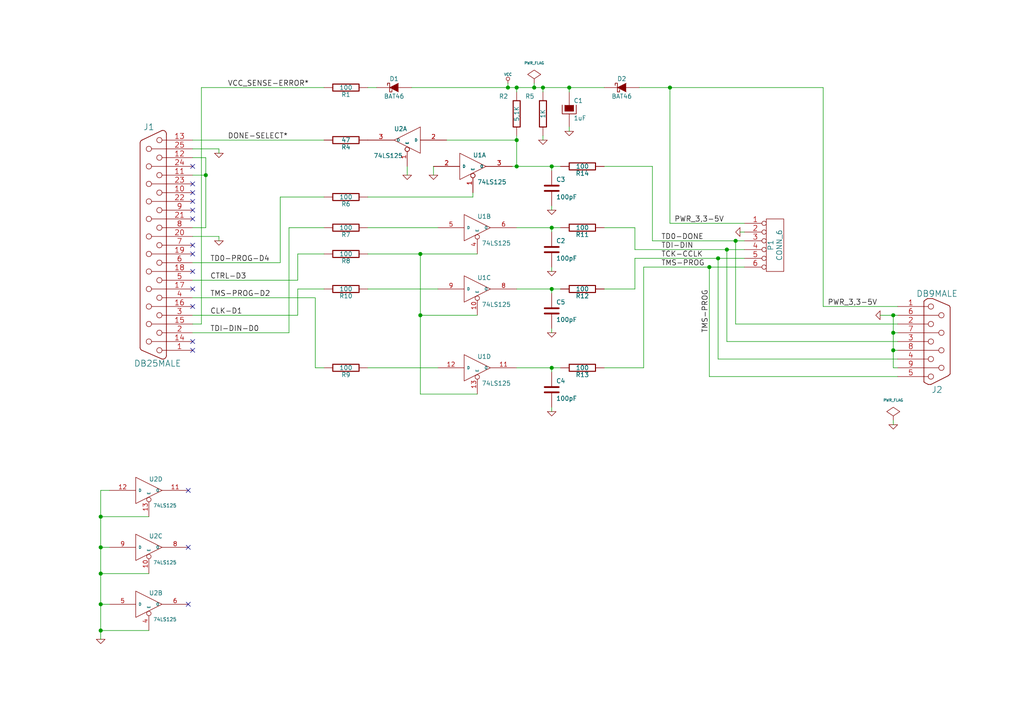
<source format=kicad_sch>
(kicad_sch (version 20220622) (generator eeschema)
  (paper "A4")
  (title_block (title "PARALLEL CABLE III") (date "Sun 22 Mar 2015") (rev "1"))
  (lib_symbols
    (symbol "sonde_xilinx_schlib:74LS125" (pin_names (offset 0.762))
      (property "Reference" "U" (at 0 2.54 0))
      (property "Value" "74LS125" (at 1.27 -3.81 0))
      (symbol "74LS125_0_0"
        (pin power_in line (at -3.81 3.81 270) (length 0) hide (name "VCC") (number "14"))
        (pin power_in line (at -3.81 -3.81 90) (length 0) hide (name "GND") (number "7"))
      )
      (symbol "74LS125_0_1"
        (polyline (pts (xy -3.81 3.81) (xy -3.81 -3.81) (xy 3.81 0) (xy -3.81 3.81)))
      )
      (symbol "74LS125_1_0"
        (pin input inverted (at 0 -7.62 90) (length 5.588) (name "E") (number "1"))
      )
      (symbol "74LS125_1_1"
        (pin input line (at -11.43 0 0) (length 7.62) (name "D") (number "2"))
        (pin tri_state line (at 11.43 0 180) (length 7.62) (name "O") (number "3"))
      )
      (symbol "74LS125_2_0"
        (pin input inverted (at 0 -7.62 90) (length 5.588) (name "E") (number "4"))
      )
      (symbol "74LS125_2_1"
        (pin input line (at -11.43 0 0) (length 7.62) (name "D") (number "5"))
        (pin tri_state line (at 11.43 0 180) (length 7.62) (name "O") (number "6"))
      )
      (symbol "74LS125_3_0"
        (pin input inverted (at 0 -7.62 90) (length 5.588) (name "E") (number "10"))
      )
      (symbol "74LS125_3_1"
        (pin tri_state line (at 11.43 0 180) (length 7.62) (name "O") (number "8"))
        (pin input line (at -11.43 0 0) (length 7.62) (name "D") (number "9"))
      )
      (symbol "74LS125_4_0"
        (pin input inverted (at 0 -7.62 90) (length 5.588) (name "E") (number "13"))
      )
      (symbol "74LS125_4_1"
        (pin tri_state line (at 11.43 0 180) (length 7.62) (name "O") (number "11"))
        (pin input line (at -11.43 0 0) (length 7.62) (name "D") (number "12"))
      )
    )
    (symbol "sonde_xilinx_schlib:C" (pin_numbers hide) (pin_names (offset 0.254))
      (property "Reference" "C" (at 0 2.54 0))
      (property "Value" "C" (at 0.1524 -2.159 0))
      (symbol "C_0_1"
        (polyline (pts (xy -2.032 -0.762) (xy 2.032 -0.762)) (stroke (width 0.508)))
        (polyline (pts (xy -2.032 0.762) (xy 2.032 0.762)) (stroke (width 0.508)))
      )
      (symbol "C_1_1"
        (pin passive line (at 0 5.08 270) (length 4.318) (name "~") (number "1"))
        (pin passive line (at 0 -5.08 90) (length 4.318) (name "~") (number "2"))
      )
    )
    (symbol "sonde_xilinx_schlib:CONN_6" (pin_names (offset 0.762) hide)
      (property "Reference" "P" (at -1.27 0 90))
      (property "Value" "CONN_6" (at 1.27 0 90))
      (symbol "CONN_6_0_1"
        (rectangle (start -2.54 7.62) (end 2.54 -7.62))
      )
      (symbol "CONN_6_1_1"
        (pin passive inverted (at -8.89 6.35 0) (length 6.35) (name "1") (number "1"))
        (pin passive inverted (at -8.89 3.81 0) (length 6.35) (name "2") (number "2"))
        (pin passive inverted (at -8.89 1.27 0) (length 6.35) (name "3") (number "3"))
        (pin passive inverted (at -8.89 -1.27 0) (length 6.35) (name "4") (number "4"))
        (pin passive inverted (at -8.89 -3.81 0) (length 6.35) (name "5") (number "5"))
        (pin passive inverted (at -8.89 -6.35 0) (length 6.35) (name "6") (number "6"))
      )
    )
    (symbol "sonde_xilinx_schlib:CP" (pin_numbers hide) (pin_names (offset 0.254) hide)
      (property "Reference" "C" (at 1.27 2.54 0))
      (property "Value" "CP" (at 1.27 -2.54 0))
      (symbol "CP_0_1"
        (polyline (pts (xy -2.032 1.27) (xy -2.032 -1.27) (xy 2.032 -1.27) (xy 2.032 1.27)) (stroke (width 0.2032)))
        (polyline (pts (xy -1.27 1.27) (xy -1.27 -0.508) (xy 1.27 -0.508) (xy 1.27 1.27)) (fill (type outline)))
      )
      (symbol "CP_1_1"
        (pin passive line (at 0 5.08 270) (length 3.81) (name "~") (number "1"))
        (pin passive line (at 0 -5.08 90) (length 3.81) (name "~") (number "2"))
      )
    )
    (symbol "sonde_xilinx_schlib:DB25" (pin_names (offset 1.016) hide)
      (property "Reference" "J" (at 1.27 34.29 0))
      (property "Value" "DB25" (at -1.27 -34.29 0))
      (symbol "DB25_0_1"
        (arc (start -3.81 -32.004) (mid -3.4129 -32.8094) (end -2.54 -33.02) (stroke (width 0.2032)))
        (arc (start -2.54 33.274) (mid -3.4191 33.0712) (end -3.81 32.258) (stroke (width 0.2032)))
        (circle (center -1.778 -30.48) (radius 0.762))
        (circle (center -1.778 -25.4) (radius 0.762))
        (circle (center -1.778 -20.32) (radius 0.762))
        (circle (center -1.778 -15.24) (radius 0.762))
        (circle (center -1.778 -10.16) (radius 0.762))
        (circle (center -1.778 -5.08) (radius 0.762))
        (circle (center -1.778 0) (radius 0.762))
        (circle (center -1.778 5.08) (radius 0.762))
        (circle (center -1.778 10.16) (radius 0.762))
        (circle (center -1.778 15.24) (radius 0.762))
        (circle (center -1.778 20.32) (radius 0.762))
        (circle (center -1.778 25.4) (radius 0.762))
        (circle (center -1.778 30.48) (radius 0.762))
        (polyline (pts (xy -3.81 -32.004) (xy -3.81 32.258)) (stroke (width 0.2032)))
        (polyline (pts (xy -3.81 -30.48) (xy -2.54 -30.48)))
        (polyline (pts (xy -3.81 -27.94) (xy 0.508 -27.94)))
        (polyline (pts (xy -3.81 -25.4) (xy -2.54 -25.4)))
        (polyline (pts (xy -3.81 -22.86) (xy 0.508 -22.86)))
        (polyline (pts (xy -3.81 -20.32) (xy -2.54 -20.32)))
        (polyline (pts (xy -3.81 -17.78) (xy 0.508 -17.78)))
        (polyline (pts (xy -3.81 -15.24) (xy -2.54 -15.24)))
        (polyline (pts (xy -3.81 -12.7) (xy 0.508 -12.7)))
        (polyline (pts (xy -3.81 -10.16) (xy -2.54 -10.16)))
        (polyline (pts (xy -3.81 -7.62) (xy 0.508 -7.62)))
        (polyline (pts (xy -3.81 -5.08) (xy -2.54 -5.08)))
        (polyline (pts (xy -3.81 -2.54) (xy 0.508 -2.54)))
        (polyline (pts (xy -3.81 0) (xy -2.54 0)))
        (polyline (pts (xy -3.81 2.54) (xy 0.508 2.54)))
        (polyline (pts (xy -3.81 5.08) (xy -2.54 5.08)))
        (polyline (pts (xy -3.81 7.62) (xy 0.508 7.62)))
        (polyline (pts (xy -3.81 10.16) (xy -2.54 10.16)))
        (polyline (pts (xy -3.81 12.7) (xy 0.508 12.7)))
        (polyline (pts (xy -3.81 15.24) (xy -2.54 15.24)))
        (polyline (pts (xy -3.81 17.78) (xy 0.508 17.78)))
        (polyline (pts (xy -3.81 20.32) (xy -2.54 20.32)))
        (polyline (pts (xy -3.81 22.86) (xy 0.508 22.86)))
        (polyline (pts (xy -3.81 25.4) (xy -2.54 25.4)))
        (polyline (pts (xy -3.81 27.94) (xy 0.508 27.94)))
        (polyline (pts (xy -3.81 30.48) (xy -2.54 30.48)))
        (polyline (pts (xy -2.54 -33.02) (xy 3.302 -30.48)) (stroke (width 0.2032)))
        (polyline (pts (xy 3.302 30.48) (xy -2.54 33.274)) (stroke (width 0.2032)))
        (polyline (pts (xy 3.81 -29.718) (xy 3.81 29.718)) (stroke (width 0.2032)))
        (circle (center 1.27 -27.94) (radius 0.762))
        (circle (center 1.27 -22.86) (radius 0.762))
        (circle (center 1.27 -17.78) (radius 0.762))
        (circle (center 1.27 -12.7) (radius 0.762))
        (circle (center 1.27 -7.62) (radius 0.762))
        (circle (center 1.27 -2.54) (radius 0.762))
        (circle (center 1.27 2.54) (radius 0.762))
        (circle (center 1.27 7.62) (radius 0.762))
        (circle (center 1.27 12.7) (radius 0.762))
        (circle (center 1.27 17.78) (radius 0.762))
        (circle (center 1.27 22.86) (radius 0.762))
        (circle (center 1.27 27.94) (radius 0.762))
        (arc (start 3.302 -30.48) (mid 3.6653 -30.1718) (end 3.81 -29.718) (stroke (width 0.2032)))
        (arc (start 3.7846 29.718) (mid 3.6544 30.1591) (end 3.302 30.4546) (stroke (width 0.2032)))
      )
      (symbol "DB25_1_1"
        (pin passive line (at -11.43 -30.48 0) (length 7.62) (name "1") (number "1"))
        (pin passive line (at -11.43 15.24 0) (length 7.62) (name "10") (number "10"))
        (pin passive line (at -11.43 20.32 0) (length 7.62) (name "11") (number "11"))
        (pin passive line (at -11.43 25.4 0) (length 7.62) (name "12") (number "12"))
        (pin passive line (at -11.43 30.48 0) (length 7.62) (name "13") (number "13"))
        (pin passive line (at -11.43 -27.94 0) (length 7.62) (name "P14") (number "14"))
        (pin passive line (at -11.43 -22.86 0) (length 7.62) (name "P15") (number "15"))
        (pin passive line (at -11.43 -17.78 0) (length 7.62) (name "P16") (number "16"))
        (pin passive line (at -11.43 -12.7 0) (length 7.62) (name "P17") (number "17"))
        (pin passive line (at -11.43 -7.62 0) (length 7.62) (name "P18") (number "18"))
        (pin passive line (at -11.43 -2.54 0) (length 7.62) (name "P19") (number "19"))
        (pin passive line (at -11.43 -25.4 0) (length 7.62) (name "2") (number "2"))
        (pin passive line (at -11.43 2.54 0) (length 7.62) (name "P20") (number "20"))
        (pin passive line (at -11.43 7.62 0) (length 7.62) (name "P21") (number "21"))
        (pin passive line (at -11.43 12.7 0) (length 7.62) (name "P22") (number "22"))
        (pin passive line (at -11.43 17.78 0) (length 7.62) (name "P23") (number "23"))
        (pin passive line (at -11.43 22.86 0) (length 7.62) (name "P24") (number "24"))
        (pin passive line (at -11.43 27.94 0) (length 7.62) (name "P25") (number "25"))
        (pin passive line (at -11.43 -20.32 0) (length 7.62) (name "3") (number "3"))
        (pin passive line (at -11.43 -15.24 0) (length 7.62) (name "4") (number "4"))
        (pin passive line (at -11.43 -10.16 0) (length 7.62) (name "5") (number "5"))
        (pin passive line (at -11.43 -5.08 0) (length 7.62) (name "6") (number "6"))
        (pin passive line (at -11.43 0 0) (length 7.62) (name "7") (number "7"))
        (pin passive line (at -11.43 5.08 0) (length 7.62) (name "8") (number "8"))
        (pin passive line (at -11.43 10.16 0) (length 7.62) (name "9") (number "9"))
      )
    )
    (symbol "sonde_xilinx_schlib:DB9" (pin_names (offset 1.016) hide)
      (property "Reference" "J" (at 0 13.97 0))
      (property "Value" "DB9" (at 0 -13.97 0))
      (symbol "DB9_0_1"
        (circle (center -1.778 -10.16) (radius 0.762))
        (circle (center -1.778 -5.08) (radius 0.762))
        (circle (center -1.778 0) (radius 0.762))
        (circle (center -1.778 5.08) (radius 0.762))
        (circle (center -1.778 10.16) (radius 0.762))
        (polyline (pts (xy -3.81 -11.684) (xy -3.81 11.684)) (stroke (width 0.2032)))
        (polyline (pts (xy -3.81 -11.6586) (xy -3.556 -11.938)) (stroke (width 0.2032)))
        (polyline (pts (xy -3.81 -10.16) (xy -2.54 -10.16)))
        (polyline (pts (xy -3.81 -7.62) (xy 0.508 -7.62)))
        (polyline (pts (xy -3.81 -5.08) (xy -2.54 -5.08)))
        (polyline (pts (xy -3.81 -2.54) (xy 0.508 -2.54)))
        (polyline (pts (xy -3.81 0) (xy -2.54 0)))
        (polyline (pts (xy -3.81 2.54) (xy 0.508 2.54)))
        (polyline (pts (xy -3.81 5.08) (xy -2.54 5.08)))
        (polyline (pts (xy -3.81 7.62) (xy 0.508 7.62)))
        (polyline (pts (xy -3.81 10.16) (xy -2.54 10.16)))
        (polyline (pts (xy -3.556 -11.938) (xy -2.794 -12.446)) (stroke (width 0.2032)))
        (polyline (pts (xy -3.556 11.938) (xy -3.81 11.684)) (stroke (width 0.2032)))
        (polyline (pts (xy -3.556 11.938) (xy -2.54 12.446)) (stroke (width 0.2032)))
        (polyline (pts (xy -2.794 -12.446) (xy -1.27 -12.446)) (stroke (width 0.2032)))
        (polyline (pts (xy -2.54 12.446) (xy -1.778 12.446)) (stroke (width 0.2032)))
        (polyline (pts (xy 3.2766 9.906) (xy -1.778 12.446)) (stroke (width 0.2032)))
        (polyline (pts (xy 3.2766 9.906) (xy 3.81 9.398)) (stroke (width 0.2032)))
        (polyline (pts (xy 3.556 -10.3886) (xy -1.27 -12.446)) (stroke (width 0.2032)))
        (polyline (pts (xy 3.81 -9.906) (xy 3.556 -10.3886)) (stroke (width 0.2032)))
        (polyline (pts (xy 3.81 9.398) (xy 3.81 -9.906)) (stroke (width 0.2032)))
        (circle (center 1.27 -7.62) (radius 0.762))
        (circle (center 1.27 -2.54) (radius 0.762))
        (circle (center 1.27 2.54) (radius 0.762))
        (circle (center 1.27 7.62) (radius 0.762))
      )
      (symbol "DB9_1_1"
        (pin passive line (at -11.43 -10.16 0) (length 7.62) (name "1") (number "1"))
        (pin passive line (at -11.43 -5.08 0) (length 7.62) (name "2") (number "2"))
        (pin passive line (at -11.43 0 0) (length 7.62) (name "3") (number "3"))
        (pin passive line (at -11.43 5.08 0) (length 7.62) (name "4") (number "4"))
        (pin passive line (at -11.43 10.16 0) (length 7.62) (name "5") (number "5"))
        (pin passive line (at -11.43 -7.62 0) (length 7.62) (name "P6") (number "6"))
        (pin passive line (at -11.43 -2.54 0) (length 7.62) (name "P7") (number "7"))
        (pin passive line (at -11.43 2.54 0) (length 7.62) (name "P8") (number "8"))
        (pin passive line (at -11.43 7.62 0) (length 7.62) (name "P9") (number "9"))
      )
    )
    (symbol "sonde_xilinx_schlib:DIODESCH" (pin_numbers hide) (pin_names (offset 1.016) hide)
      (property "Reference" "D" (at 0 2.54 0))
      (property "Value" "DIODESCH" (at 0 -2.54 0))
      (symbol "DIODESCH_0_1"
        (polyline (pts (xy -1.27 1.27) (xy 1.27 0) (xy -1.27 -1.27)) (fill (type outline)))
        (polyline (pts (xy 1.905 0.635) (xy 1.905 1.27) (xy 1.27 1.27) (xy 1.27 -1.27) (xy 0.635 -1.27) (xy 0.635 -0.635)) (stroke (width 0.2032)))
      )
      (symbol "DIODESCH_1_1"
        (pin passive line (at -5.08 0 0) (length 3.81) (name "A") (number "1"))
        (pin passive line (at 5.08 0 180) (length 3.81) (name "K") (number "2"))
      )
    )
    (symbol "sonde_xilinx_schlib:GND" (power) (pin_names (offset 0))
      (symbol "GND_0_1"
        (polyline (pts (xy -1.27 0) (xy 0 -1.27) (xy 1.27 0) (xy -1.27 0)))
      )
      (symbol "GND_1_1"
        (pin power_in line (at 0 0 90) (length 0) hide (name "GND") (number "1"))
      )
    )
    (symbol "sonde_xilinx_schlib:PWR_FLAG" (power) (pin_numbers hide) (pin_names (offset 0) hide)
      (property "Value" "PWR_FLAG" (at 0 4.572 0))
      (symbol "PWR_FLAG_0_0"
        (pin power_out line (at 0 0 90) (length 0) (name "pwr") (number "1"))
      )
      (symbol "PWR_FLAG_0_1"
        (polyline (pts (xy 0 0) (xy 0 1.27) (xy -1.905 2.54) (xy 0 3.81) (xy 1.905 2.54) (xy 0 1.27)))
      )
    )
    (symbol "sonde_xilinx_schlib:R" (pin_numbers hide) (pin_names (offset 0))
      (property "Reference" "R" (at 2.032 0 90))
      (property "Value" "R" (at 0.1778 0.0254 90))
      (symbol "R_0_1"
        (rectangle (start -1.016 3.81) (end 1.016 -3.81) (stroke (width 0.3048)))
      )
      (symbol "R_1_1"
        (pin passive line (at 0 6.35 270) (length 2.54) (name "~") (number "1"))
        (pin passive line (at 0 -6.35 90) (length 2.54) (name "~") (number "2"))
      )
    )
    (symbol "sonde_xilinx_schlib:VCC" (power) (pin_names (offset 0))
      (property "Value" "VCC" (at 0 2.54 0))
      (symbol "VCC_0_0"
        (pin power_in line (at 0 0 90) (length 0) hide (name "VCC") (number "1"))
      )
      (symbol "VCC_0_1"
        (polyline (pts (xy 0 0) (xy 0 0.762) (xy 0 0.762)))
        (circle (center 0 1.27) (radius 0.508))
      )
    )
  )
  (junction (at 259.08 91.44) (diameter 1.016))
  (junction (at 194.31 25.4) (diameter 1.016))
  (junction (at 213.36 69.85) (diameter 1.016))
  (junction (at 29.21 182.88) (diameter 1.016))
  (junction (at 160.02 83.82) (diameter 1.016))
  (junction (at 59.69 50.8) (diameter 1.016))
  (junction (at 29.21 166.37) (diameter 1.016))
  (junction (at 149.86 40.64) (diameter 1.016))
  (junction (at 121.92 91.44) (diameter 1.016))
  (junction (at 160.02 106.68) (diameter 1.016))
  (junction (at 149.86 25.4) (diameter 1.016))
  (junction (at 157.48 25.4) (diameter 1.016))
  (junction (at 205.74 77.47) (diameter 1.016))
  (junction (at 208.28 74.93) (diameter 1.016))
  (junction (at 259.08 101.6) (diameter 1.016))
  (junction (at 160.02 66.04) (diameter 1.016))
  (junction (at 29.21 158.75) (diameter 1.016))
  (junction (at 29.21 149.86) (diameter 1.016))
  (junction (at 259.08 96.52) (diameter 1.016))
  (junction (at 154.94 25.4) (diameter 1.016))
  (junction (at 29.21 175.26) (diameter 1.016))
  (junction (at 210.82 72.39) (diameter 1.016))
  (junction (at 121.92 73.66) (diameter 1.016))
  (junction (at 149.86 48.26) (diameter 1.016))
  (junction (at 160.02 48.26) (diameter 1.016))
  (junction (at 147.32 25.4) (diameter 1.016))
  (junction (at 165.1 25.4) (diameter 1.016))
  (no_connect (at 54.61 175.26))
  (no_connect (at 55.88 88.9))
  (no_connect (at 54.61 142.24))
  (no_connect (at 54.61 158.75))
  (no_connect (at 55.88 55.88))
  (no_connect (at 55.88 71.12))
  (no_connect (at 55.88 48.26))
  (no_connect (at 55.88 73.66))
  (no_connect (at 55.88 101.6))
  (no_connect (at 55.88 53.34))
  (no_connect (at 55.88 78.74))
  (no_connect (at 55.88 60.96))
  (no_connect (at 55.88 58.42))
  (no_connect (at 55.88 99.06))
  (no_connect (at 55.88 63.5))
  (no_connect (at 55.88 83.82))
  (wire (pts (xy 165.1 25.4) (xy 165.1 26.67)))
  (wire (pts (xy 59.69 66.04) (xy 55.88 66.04)))
  (wire (pts (xy 106.68 57.15) (xy 137.16 57.15)))
  (wire (pts (xy 129.54 40.64) (xy 149.86 40.64)))
  (wire (pts (xy 189.23 48.26) (xy 175.26 48.26)))
  (wire (pts (xy 149.86 106.68) (xy 160.02 106.68)))
  (wire (pts (xy 59.69 45.72) (xy 55.88 45.72)))
  (wire (pts (xy 63.5 69.85) (xy 63.5 68.58)))
  (wire (pts (xy 260.35 99.06) (xy 210.82 99.06)))
  (wire (pts (xy 91.44 86.36) (xy 55.88 86.36)))
  (wire (pts (xy 149.86 66.04) (xy 160.02 66.04)))
  (wire (pts (xy 208.28 104.14) (xy 208.28 74.93)))
  (wire (pts (xy 109.22 25.4) (xy 106.68 25.4)))
  (wire (pts (xy 29.21 166.37) (xy 43.18 166.37)))
  (wire (pts (xy 160.02 95.25) (xy 160.02 96.52)))
  (wire (pts (xy 127 83.82) (xy 106.68 83.82)))
  (wire (pts (xy 184.15 72.39) (xy 184.15 66.04)))
  (wire (pts (xy 157.48 25.4) (xy 165.1 25.4)))
  (wire (pts (xy 148.59 48.26) (xy 149.86 48.26)))
  (wire (pts (xy 149.86 39.37) (xy 149.86 40.64)))
  (wire (pts (xy 260.35 96.52) (xy 259.08 96.52)))
  (wire (pts (xy 259.08 91.44) (xy 260.35 91.44)))
  (wire (pts (xy 160.02 107.95) (xy 160.02 106.68)))
  (wire (pts (xy 157.48 25.4) (xy 157.48 26.67)))
  (wire (pts (xy 205.74 77.47) (xy 215.9 77.47)))
  (wire (pts (xy 29.21 142.24) (xy 29.21 149.86)))
  (wire (pts (xy 29.21 158.75) (xy 31.75 158.75)))
  (wire (pts (xy 55.88 81.28) (xy 86.36 81.28)))
  (wire (pts (xy 29.21 149.86) (xy 29.21 158.75)))
  (wire (pts (xy 86.36 73.66) (xy 93.98 73.66)))
  (wire (pts (xy 29.21 158.75) (xy 29.21 166.37)))
  (wire (pts (xy 86.36 91.44) (xy 86.36 83.82)))
  (wire (pts (xy 208.28 74.93) (xy 215.9 74.93)))
  (wire (pts (xy 147.32 25.4) (xy 149.86 25.4)))
  (wire (pts (xy 55.88 50.8) (xy 59.69 50.8)))
  (wire (pts (xy 259.08 123.19) (xy 259.08 121.92)))
  (wire (pts (xy 137.16 57.15) (xy 137.16 55.88)))
  (wire (pts (xy 59.69 45.72) (xy 59.69 50.8)))
  (wire (pts (xy 83.82 96.52) (xy 83.82 66.04)))
  (wire (pts (xy 189.23 69.85) (xy 189.23 48.26)))
  (wire (pts (xy 29.21 142.24) (xy 31.75 142.24)))
  (wire (pts (xy 160.02 78.74) (xy 160.02 77.47)))
  (wire (pts (xy 121.92 73.66) (xy 138.43 73.66)))
  (wire (pts (xy 63.5 43.18) (xy 55.88 43.18)))
  (wire (pts (xy 58.42 25.4) (xy 93.98 25.4)))
  (wire (pts (xy 91.44 106.68) (xy 91.44 86.36)))
  (wire (pts (xy 63.5 44.45) (xy 63.5 43.18)))
  (wire (pts (xy 184.15 74.93) (xy 208.28 74.93)))
  (wire (pts (xy 149.86 83.82) (xy 160.02 83.82)))
  (wire (pts (xy 259.08 106.68) (xy 260.35 106.68)))
  (wire (pts (xy 160.02 67.31) (xy 160.02 66.04)))
  (wire (pts (xy 29.21 175.26) (xy 31.75 175.26)))
  (wire (pts (xy 160.02 48.26) (xy 160.02 49.53)))
  (wire (pts (xy 205.74 109.22) (xy 205.74 77.47)))
  (wire (pts (xy 260.35 104.14) (xy 208.28 104.14)))
  (wire (pts (xy 127 106.68) (xy 106.68 106.68)))
  (wire (pts (xy 81.28 57.15) (xy 93.98 57.15)))
  (wire (pts (xy 29.21 166.37) (xy 29.21 175.26)))
  (wire (pts (xy 259.08 91.44) (xy 259.08 96.52)))
  (wire (pts (xy 186.69 106.68) (xy 186.69 77.47)))
  (wire (pts (xy 138.43 91.44) (xy 121.92 91.44)))
  (wire (pts (xy 29.21 175.26) (xy 29.21 182.88)))
  (wire (pts (xy 149.86 48.26) (xy 160.02 48.26)))
  (wire (pts (xy 260.35 109.22) (xy 205.74 109.22)))
  (wire (pts (xy 55.88 76.2) (xy 81.28 76.2)))
  (wire (pts (xy 149.86 40.64) (xy 149.86 48.26)))
  (wire (pts (xy 189.23 69.85) (xy 213.36 69.85)))
  (wire (pts (xy 260.35 88.9) (xy 238.76 88.9)))
  (wire (pts (xy 160.02 118.11) (xy 160.02 119.38)))
  (wire (pts (xy 58.42 25.4) (xy 58.42 93.98)))
  (wire (pts (xy 259.08 101.6) (xy 259.08 106.68)))
  (wire (pts (xy 194.31 25.4) (xy 238.76 25.4)))
  (wire (pts (xy 154.94 25.4) (xy 157.48 25.4)))
  (wire (pts (xy 147.32 25.4) (xy 147.32 24.13)))
  (wire (pts (xy 210.82 72.39) (xy 215.9 72.39)))
  (wire (pts (xy 184.15 74.93) (xy 184.15 83.82)))
  (wire (pts (xy 215.9 64.77) (xy 194.31 64.77)))
  (wire (pts (xy 55.88 40.64) (xy 93.98 40.64)))
  (wire (pts (xy 121.92 73.66) (xy 121.92 91.44)))
  (wire (pts (xy 210.82 99.06) (xy 210.82 72.39)))
  (wire (pts (xy 118.11 50.8) (xy 118.11 48.26)))
  (wire (pts (xy 55.88 91.44) (xy 86.36 91.44)))
  (wire (pts (xy 184.15 83.82) (xy 175.26 83.82)))
  (wire (pts (xy 213.36 93.98) (xy 213.36 69.85)))
  (wire (pts (xy 160.02 106.68) (xy 162.56 106.68)))
  (wire (pts (xy 260.35 93.98) (xy 213.36 93.98)))
  (wire (pts (xy 93.98 106.68) (xy 91.44 106.68)))
  (wire (pts (xy 165.1 38.1) (xy 165.1 36.83)))
  (wire (pts (xy 255.27 91.44) (xy 259.08 91.44)))
  (wire (pts (xy 121.92 114.3) (xy 138.43 114.3)))
  (wire (pts (xy 214.63 67.31) (xy 215.9 67.31)))
  (wire (pts (xy 125.73 48.26) (xy 125.73 50.8)))
  (wire (pts (xy 106.68 73.66) (xy 121.92 73.66)))
  (wire (pts (xy 119.38 25.4) (xy 147.32 25.4)))
  (wire (pts (xy 127 66.04) (xy 106.68 66.04)))
  (wire (pts (xy 185.42 25.4) (xy 194.31 25.4)))
  (wire (pts (xy 238.76 25.4) (xy 238.76 88.9)))
  (wire (pts (xy 29.21 182.88) (xy 43.18 182.88)))
  (wire (pts (xy 160.02 83.82) (xy 162.56 83.82)))
  (wire (pts (xy 157.48 40.64) (xy 157.48 39.37)))
  (wire (pts (xy 184.15 72.39) (xy 210.82 72.39)))
  (wire (pts (xy 149.86 25.4) (xy 154.94 25.4)))
  (wire (pts (xy 184.15 66.04) (xy 175.26 66.04)))
  (wire (pts (xy 58.42 93.98) (xy 55.88 93.98)))
  (wire (pts (xy 186.69 77.47) (xy 205.74 77.47)))
  (wire (pts (xy 86.36 83.82) (xy 93.98 83.82)))
  (wire (pts (xy 59.69 50.8) (xy 59.69 66.04)))
  (wire (pts (xy 81.28 76.2) (xy 81.28 57.15)))
  (wire (pts (xy 63.5 68.58) (xy 55.88 68.58)))
  (wire (pts (xy 259.08 101.6) (xy 260.35 101.6)))
  (wire (pts (xy 86.36 81.28) (xy 86.36 73.66)))
  (wire (pts (xy 149.86 25.4) (xy 149.86 26.67)))
  (wire (pts (xy 213.36 69.85) (xy 215.9 69.85)))
  (wire (pts (xy 175.26 106.68) (xy 186.69 106.68)))
  (wire (pts (xy 121.92 91.44) (xy 121.92 114.3)))
  (wire (pts (xy 165.1 25.4) (xy 175.26 25.4)))
  (wire (pts (xy 154.94 24.13) (xy 154.94 25.4)))
  (wire (pts (xy 160.02 66.04) (xy 162.56 66.04)))
  (wire (pts (xy 43.18 149.86) (xy 29.21 149.86)))
  (wire (pts (xy 160.02 48.26) (xy 162.56 48.26)))
  (wire (pts (xy 55.88 96.52) (xy 83.82 96.52)))
  (wire (pts (xy 194.31 64.77) (xy 194.31 25.4)))
  (wire (pts (xy 160.02 85.09) (xy 160.02 83.82)))
  (wire (pts (xy 259.08 96.52) (xy 259.08 101.6)))
  (wire (pts (xy 160.02 60.96) (xy 160.02 59.69)))
  (wire (pts (xy 83.82 66.04) (xy 93.98 66.04)))
  (wire (pts (xy 29.21 182.88) (xy 29.21 185.42)))
  (label "TMS-PROG" (at 205.74 96.52 90) (effects (font (size 1.524 1.524))))
  (label "TDI-DIN-D0" (at 60.96 96.52 0) (effects (font (size 1.524 1.524))))
  (label "CTRL-D3" (at 60.96 81.28 0) (effects (font (size 1.524 1.524))))
  (label "PWR_3,3-5V" (at 240.03 88.9 0) (effects (font (size 1.524 1.524))))
  (label "VCC_SENSE-ERROR*" (at 66.04 25.4 0) (effects (font (size 1.524 1.524))))
  (label "TD0-PROG-D4" (at 60.96 76.2 0) (effects (font (size 1.524 1.524))))
  (label "TMS-PROG" (at 191.77 77.47 0) (effects (font (size 1.524 1.524))))
  (label "TMS-PROG-D2" (at 60.96 86.36 0) (effects (font (size 1.524 1.524))))
  (label "CLK-D1" (at 60.96 91.44 0) (effects (font (size 1.524 1.524))))
  (label "DONE-SELECT*" (at 66.04 40.64 0) (effects (font (size 1.524 1.524))))
  (label "TD0-DONE" (at 191.77 69.85 0) (effects (font (size 1.524 1.524))))
  (label "TDI-DIN" (at 191.77 72.39 0) (effects (font (size 1.524 1.524))))
  (label "TCK-CCLK" (at 191.77 74.93 0) (effects (font (size 1.524 1.524))))
  (label "PWR_3,3-5V" (at 195.58 64.77 0) (effects (font (size 1.524 1.524))))
  (symbol (lib_id "sonde_xilinx_schlib:DB25") (at 44.45 71.12 0) (mirror y) (unit 1)
    (default_instance (reference "U") (unit 1) (value "") (footprint ""))
    (property "Reference" "J1" (at 43.18 36.83 0) (effects (font (size 1.778 1.778))))
    (property "Value" "DB25MALE" (at 45.72 105.41 0) (effects (font (size 1.778 1.778))))
    (property "Footprint" "Connector_Dsub:DSUB-25_Male_EdgeMount_P2.77mm" (effects hide))
  )
  (symbol (lib_id "sonde_xilinx_schlib:R") (at 100.33 25.4 270) (unit 1)
    (default_instance (reference "U") (unit 1) (value "") (footprint ""))
    (property "Reference" "R1" (at 100.33 27.432 90))
    (property "Value" "100" (at 100.33 25.4 90))
    (property "Footprint" "Resistor_THT:R_Axial_DIN0207_L6.3mm_D2.5mm_P10.16mm_Horizontal" (effects hide))
  )
  (symbol (lib_id "sonde_xilinx_schlib:R") (at 100.33 40.64 270) (unit 1)
    (default_instance (reference "U") (unit 1) (value "") (footprint ""))
    (property "Reference" "R4" (at 100.33 42.672 90))
    (property "Value" "47" (at 100.33 40.64 90))
    (property "Footprint" "Resistor_THT:R_Axial_DIN0207_L6.3mm_D2.5mm_P10.16mm_Horizontal" (effects hide))
  )
  (symbol (lib_id "sonde_xilinx_schlib:R") (at 100.33 57.15 270) (unit 1)
    (default_instance (reference "U") (unit 1) (value "") (footprint ""))
    (property "Reference" "R6" (at 100.33 59.182 90))
    (property "Value" "100" (at 100.33 57.15 90))
    (property "Footprint" "Resistor_THT:R_Axial_DIN0207_L6.3mm_D2.5mm_P10.16mm_Horizontal" (effects hide))
  )
  (symbol (lib_id "sonde_xilinx_schlib:R") (at 100.33 83.82 270) (unit 1)
    (default_instance (reference "U") (unit 1) (value "") (footprint ""))
    (property "Reference" "R10" (at 100.33 85.852 90))
    (property "Value" "100" (at 100.33 83.82 90))
    (property "Footprint" "Resistor_THT:R_Axial_DIN0207_L6.3mm_D2.5mm_P10.16mm_Horizontal" (effects hide))
  )
  (symbol (lib_id "sonde_xilinx_schlib:R") (at 100.33 106.68 270) (unit 1)
    (default_instance (reference "U") (unit 1) (value "") (footprint ""))
    (property "Reference" "R9" (at 100.33 108.712 90))
    (property "Value" "100" (at 100.33 106.68 90))
    (property "Footprint" "Resistor_THT:R_Axial_DIN0207_L6.3mm_D2.5mm_P10.16mm_Horizontal" (effects hide))
  )
  (symbol (lib_id "sonde_xilinx_schlib:74LS125") (at 118.11 40.64 0) (mirror y) (unit 1)
    (default_instance (reference "U") (unit 1) (value "") (footprint ""))
    (property "Reference" "U2" (at 118.11 38.1 0) (effects (justify left bottom)))
    (property "Value" "74LS125" (at 116.84 44.45 0) (effects (justify left top)))
    (property "Footprint" "Package_DIP:DIP-14_W7.62mm_LongPads" (effects hide))
  )
  (symbol (lib_id "sonde_xilinx_schlib:74LS125") (at 137.16 48.26 0) (unit 1)
    (default_instance (reference "U") (unit 1) (value "") (footprint ""))
    (property "Reference" "U1" (at 137.16 45.72 0) (effects (justify left bottom)))
    (property "Value" "74LS125" (at 138.43 52.07 0) (effects (justify left top)))
    (property "Footprint" "Package_DIP:DIP-14_W7.62mm_LongPads" (effects hide))
  )
  (symbol (lib_id "sonde_xilinx_schlib:74LS125") (at 138.43 66.04 0) (unit 2)
    (default_instance (reference "U") (unit 1) (value "") (footprint ""))
    (property "Reference" "U1" (at 138.43 63.5 0) (effects (justify left bottom)))
    (property "Value" "74LS125" (at 139.7 69.8246 0) (effects (justify left top)))
    (property "Footprint" "Package_DIP:DIP-14_W7.62mm_LongPads" (effects hide))
  )
  (symbol (lib_id "sonde_xilinx_schlib:74LS125") (at 138.43 83.82 0) (unit 3)
    (default_instance (reference "U") (unit 1) (value "") (footprint ""))
    (property "Reference" "U1" (at 138.43 81.28 0) (effects (justify left bottom)))
    (property "Value" "74LS125" (at 139.7 87.6046 0) (effects (justify left top)))
    (property "Footprint" "Package_DIP:DIP-14_W7.62mm_LongPads" (effects hide))
  )
  (symbol (lib_id "sonde_xilinx_schlib:74LS125") (at 138.43 106.68 0) (unit 4)
    (default_instance (reference "U") (unit 1) (value "") (footprint ""))
    (property "Reference" "U1" (at 138.43 104.14 0) (effects (justify left bottom)))
    (property "Value" "74LS125" (at 139.7 110.4646 0) (effects (justify left top)))
    (property "Footprint" "Package_DIP:DIP-14_W7.62mm_LongPads" (effects hide))
  )
  (symbol (lib_id "sonde_xilinx_schlib:74LS125") (at 43.18 175.26 0) (unit 2)
    (default_instance (reference "U") (unit 1) (value "") (footprint ""))
    (property "Reference" "U2" (at 43.18 172.72 0) (effects (justify left bottom)))
    (property "Value" "74LS125" (at 44.45 179.07 0) (effects (font (size 1.016 1.016)) (justify left top)))
    (property "Footprint" "Package_DIP:DIP-14_W7.62mm_LongPads" (effects hide))
  )
  (symbol (lib_id "sonde_xilinx_schlib:74LS125") (at 43.18 158.75 0) (unit 3)
    (default_instance (reference "U") (unit 1) (value "") (footprint ""))
    (property "Reference" "U2" (at 43.18 156.21 0) (effects (justify left bottom)))
    (property "Value" "74LS125" (at 44.45 162.56 0) (effects (font (size 1.016 1.016)) (justify left top)))
    (property "Footprint" "Package_DIP:DIP-14_W7.62mm_LongPads" (effects hide))
  )
  (symbol (lib_id "sonde_xilinx_schlib:74LS125") (at 43.18 142.24 0) (unit 4)
    (default_instance (reference "U") (unit 1) (value "") (footprint ""))
    (property "Reference" "U2" (at 43.18 139.7 0) (effects (justify left bottom)))
    (property "Value" "74LS125" (at 44.45 146.05 0) (effects (font (size 1.016 1.016)) (justify left top)))
    (property "Footprint" "Package_DIP:DIP-14_W7.62mm_LongPads" (effects hide))
  )
  (symbol (lib_id "sonde_xilinx_schlib:GND") (at 29.21 185.42 0) (unit 1)
    (default_instance (reference "U") (unit 1) (value "") (footprint ""))
    (property "Reference" "#PWR016" (effects hide))
    (property "Value" "GND" (effects hide))
  )
  (symbol (lib_id "sonde_xilinx_schlib:GND") (at 118.11 50.8 0) (unit 1)
    (default_instance (reference "U") (unit 1) (value "") (footprint ""))
    (property "Reference" "#PWR015" (effects hide))
    (property "Value" "GND" (effects hide))
  )
  (symbol (lib_id "sonde_xilinx_schlib:GND") (at 63.5 44.45 0) (unit 1)
    (default_instance (reference "U") (unit 1) (value "") (footprint ""))
    (property "Reference" "#PWR014" (effects hide))
    (property "Value" "GND" (effects hide))
  )
  (symbol (lib_id "sonde_xilinx_schlib:DIODESCH") (at 114.3 25.4 0) (mirror y) (unit 1)
    (default_instance (reference "U") (unit 1) (value "") (footprint ""))
    (property "Reference" "D1" (at 114.3 22.86 0))
    (property "Value" "BAT46" (at 114.3 27.94 0))
    (property "Footprint" "Diode_THT:D_A-405_P7.62mm_Horizontal" (effects hide))
  )
  (symbol (lib_id "sonde_xilinx_schlib:DIODESCH") (at 180.34 25.4 0) (mirror y) (unit 1)
    (default_instance (reference "U") (unit 1) (value "") (footprint ""))
    (property "Reference" "D2" (at 180.34 22.86 0))
    (property "Value" "BAT46" (at 180.34 27.94 0))
    (property "Footprint" "Diode_THT:D_A-405_P7.62mm_Horizontal" (effects hide))
  )
  (symbol (lib_id "sonde_xilinx_schlib:R") (at 149.86 33.02 0) (unit 1)
    (default_instance (reference "U") (unit 1) (value "") (footprint ""))
    (property "Reference" "R2" (at 146.05 27.94 0))
    (property "Value" "5,1K" (at 149.86 33.02 90))
    (property "Footprint" "Resistor_THT:R_Axial_DIN0207_L6.3mm_D2.5mm_P10.16mm_Horizontal" (effects hide))
  )
  (symbol (lib_id "sonde_xilinx_schlib:R") (at 157.48 33.02 0) (unit 1)
    (default_instance (reference "U") (unit 1) (value "") (footprint ""))
    (property "Reference" "R5" (at 153.67 27.94 0))
    (property "Value" "1K" (at 157.48 33.02 90))
    (property "Footprint" "Resistor_THT:R_Axial_DIN0207_L6.3mm_D2.5mm_P10.16mm_Horizontal" (effects hide))
  )
  (symbol (lib_id "sonde_xilinx_schlib:R") (at 168.91 48.26 270) (unit 1)
    (default_instance (reference "U") (unit 1) (value "") (footprint ""))
    (property "Reference" "R14" (at 168.91 50.292 90))
    (property "Value" "100" (at 168.91 48.26 90))
    (property "Footprint" "Resistor_THT:R_Axial_DIN0207_L6.3mm_D2.5mm_P10.16mm_Horizontal" (effects hide))
  )
  (symbol (lib_id "sonde_xilinx_schlib:C") (at 160.02 113.03 0) (unit 1)
    (default_instance (reference "U") (unit 1) (value "") (footprint ""))
    (property "Reference" "C4" (at 161.29 110.49 0) (effects (justify left)))
    (property "Value" "100pF" (at 161.29 115.57 0) (effects (justify left)))
    (property "Footprint" "Capacitor_THT:C_Disc_D5.1mm_W3.2mm_P5.00mm" (effects hide))
  )
  (symbol (lib_id "sonde_xilinx_schlib:GND") (at 160.02 119.38 0) (unit 1)
    (default_instance (reference "U") (unit 1) (value "") (footprint ""))
    (property "Reference" "#PWR01" (effects hide))
    (property "Value" "GND" (effects hide))
  )
  (symbol (lib_id "sonde_xilinx_schlib:GND") (at 157.48 40.64 0) (unit 1)
    (default_instance (reference "U") (unit 1) (value "") (footprint ""))
    (property "Reference" "#PWR012" (effects hide))
    (property "Value" "GND" (effects hide))
  )
  (symbol (lib_id "sonde_xilinx_schlib:CP") (at 165.1 31.75 0) (unit 1)
    (default_instance (reference "U") (unit 1) (value "") (footprint ""))
    (property "Reference" "C1" (at 166.37 29.21 0) (effects (justify left)))
    (property "Value" "1uF" (at 166.37 34.2646 0) (effects (justify left)))
    (property "Footprint" "Capacitor_THT:C_Axial_L5.1mm_D3.1mm_P12.50mm_Horizontal" (effects hide))
  )
  (symbol (lib_id "sonde_xilinx_schlib:GND") (at 165.1 38.1 0) (unit 1)
    (default_instance (reference "U") (unit 1) (value "") (footprint ""))
    (property "Reference" "#PWR09" (effects hide))
    (property "Value" "GND" (effects hide))
  )
  (symbol (lib_id "sonde_xilinx_schlib:CONN_6") (at 224.79 71.12 0) (unit 1)
    (default_instance (reference "U") (unit 1) (value "") (footprint ""))
    (property "Reference" "P1" (at 223.52 71.12 90) (effects (font (size 1.524 1.524))))
    (property "Value" "CONN_6" (at 226.06 71.12 90) (effects (font (size 1.524 1.524))))
    (property "Footprint" "Connector_PinHeader_2.54mm:PinHeader_1x06_P2.54mm_Vertical" (effects hide))
  )
  (symbol (lib_id "sonde_xilinx_schlib:GND") (at 214.63 67.31 270) (unit 1)
    (default_instance (reference "U") (unit 1) (value "") (footprint ""))
    (property "Reference" "#PWR08" (effects hide))
    (property "Value" "GND" (effects hide))
  )
  (symbol (lib_id "sonde_xilinx_schlib:PWR_FLAG") (at 259.08 121.92 0) (unit 1)
    (default_instance (reference "U") (unit 1) (value "") (footprint ""))
    (property "Reference" "#FLG05" (effects hide))
    (property "Value" "PWR_FLAG" (at 259.08 116.078 0) (effects (font (size 0.762 0.762))))
  )
  (symbol (lib_id "sonde_xilinx_schlib:GND") (at 259.08 123.19 0) (unit 1)
    (default_instance (reference "U") (unit 1) (value "") (footprint ""))
    (property "Reference" "#PWR04" (effects hide))
    (property "Value" "GND" (effects hide))
  )
  (symbol (lib_id "sonde_xilinx_schlib:VCC") (at 147.32 24.13 0) (unit 1)
    (default_instance (reference "U") (unit 1) (value "") (footprint ""))
    (property "Reference" "#PWR03" (effects hide))
    (property "Value" "VCC" (at 147.32 21.59 0) (effects (font (size 0.762 0.762))))
  )
  (symbol (lib_id "sonde_xilinx_schlib:PWR_FLAG") (at 154.94 24.13 0) (unit 1)
    (default_instance (reference "U") (unit 1) (value "") (footprint ""))
    (property "Reference" "#FLG02" (effects hide))
    (property "Value" "PWR_FLAG" (at 154.94 18.288 0) (effects (font (size 0.762 0.762))))
  )
  (symbol (lib_id "sonde_xilinx_schlib:DB9") (at 271.78 99.06 0) (mirror x) (unit 1)
    (default_instance (reference "U") (unit 1) (value "") (footprint ""))
    (property "Reference" "J2" (at 271.78 113.03 0) (effects (font (size 1.778 1.778))))
    (property "Value" "DB9MALE" (at 271.78 85.1662 0) (effects (font (size 1.778 1.778))))
    (property "Footprint" "Connector_Dsub:DSUB-9_Male_EdgeMount_P2.77mm" (effects hide))
  )
  (symbol (lib_id "sonde_xilinx_schlib:R") (at 168.91 66.04 270) (unit 1)
    (default_instance (reference "U") (unit 1) (value "") (footprint ""))
    (property "Reference" "R11" (at 168.91 68.072 90))
    (property "Value" "100" (at 168.91 66.04 90))
    (property "Footprint" "Resistor_THT:R_Axial_DIN0207_L6.3mm_D2.5mm_P10.16mm_Horizontal" (effects hide))
  )
  (symbol (lib_id "sonde_xilinx_schlib:R") (at 100.33 66.04 270) (unit 1)
    (default_instance (reference "U") (unit 1) (value "") (footprint ""))
    (property "Reference" "R7" (at 100.33 68.072 90))
    (property "Value" "100" (at 100.33 66.04 90))
    (property "Footprint" "Resistor_THT:R_Axial_DIN0207_L6.3mm_D2.5mm_P10.16mm_Horizontal" (effects hide))
  )
  (symbol (lib_id "sonde_xilinx_schlib:R") (at 100.33 73.66 270) (unit 1)
    (default_instance (reference "U") (unit 1) (value "") (footprint ""))
    (property "Reference" "R8" (at 100.33 75.692 90))
    (property "Value" "100" (at 100.33 73.66 90))
    (property "Footprint" "Resistor_THT:R_Axial_DIN0207_L6.3mm_D2.5mm_P10.16mm_Horizontal" (effects hide))
  )
  (symbol (lib_id "sonde_xilinx_schlib:GND") (at 63.5 69.85 0) (unit 1)
    (default_instance (reference "U") (unit 1) (value "") (footprint ""))
    (property "Reference" "#PWR06" (effects hide))
    (property "Value" "GND" (effects hide))
  )
  (symbol (lib_id "sonde_xilinx_schlib:R") (at 168.91 106.68 270) (unit 1)
    (default_instance (reference "U") (unit 1) (value "") (footprint ""))
    (property "Reference" "R13" (at 168.91 108.712 90))
    (property "Value" "100" (at 168.91 106.68 90))
    (property "Footprint" "Resistor_THT:R_Axial_DIN0207_L6.3mm_D2.5mm_P10.16mm_Horizontal" (effects hide))
  )
  (symbol (lib_id "sonde_xilinx_schlib:R") (at 168.91 83.82 270) (unit 1)
    (default_instance (reference "U") (unit 1) (value "") (footprint ""))
    (property "Reference" "R12" (at 168.91 85.852 90))
    (property "Value" "100" (at 168.91 83.82 90))
    (property "Footprint" "Resistor_THT:R_Axial_DIN0207_L6.3mm_D2.5mm_P10.16mm_Horizontal" (effects hide))
  )
  (symbol (lib_id "sonde_xilinx_schlib:C") (at 160.02 54.61 0) (unit 1)
    (default_instance (reference "U") (unit 1) (value "") (footprint ""))
    (property "Reference" "C3" (at 161.29 52.07 0) (effects (justify left)))
    (property "Value" "100pF" (at 161.29 57.15 0) (effects (justify left)))
    (property "Footprint" "Capacitor_THT:C_Disc_D5.1mm_W3.2mm_P5.00mm" (effects hide))
  )
  (symbol (lib_id "sonde_xilinx_schlib:C") (at 160.02 72.39 0) (unit 1)
    (default_instance (reference "U") (unit 1) (value "") (footprint ""))
    (property "Reference" "C2" (at 161.29 69.85 0) (effects (justify left)))
    (property "Value" "100pF" (at 161.29 74.93 0) (effects (justify left)))
    (property "Footprint" "Capacitor_THT:C_Disc_D5.1mm_W3.2mm_P5.00mm" (effects hide))
  )
  (symbol (lib_id "sonde_xilinx_schlib:C") (at 160.02 90.17 0) (unit 1)
    (default_instance (reference "U") (unit 1) (value "") (footprint ""))
    (property "Reference" "C5" (at 161.29 87.63 0) (effects (justify left)))
    (property "Value" "100pF" (at 161.29 92.71 0) (effects (justify left)))
    (property "Footprint" "Capacitor_THT:C_Disc_D5.1mm_W3.2mm_P5.00mm" (effects hide))
  )
  (symbol (lib_id "sonde_xilinx_schlib:GND") (at 160.02 60.96 0) (unit 1)
    (default_instance (reference "U") (unit 1) (value "") (footprint ""))
    (property "Reference" "#PWR013" (effects hide))
    (property "Value" "GND" (effects hide))
  )
  (symbol (lib_id "sonde_xilinx_schlib:GND") (at 160.02 78.74 0) (unit 1)
    (default_instance (reference "U") (unit 1) (value "") (footprint ""))
    (property "Reference" "#PWR011" (effects hide))
    (property "Value" "GND" (effects hide))
  )
  (symbol (lib_id "sonde_xilinx_schlib:GND") (at 160.02 96.52 0) (unit 1)
    (default_instance (reference "U") (unit 1) (value "") (footprint ""))
    (property "Reference" "#PWR010" (effects hide))
    (property "Value" "GND" (effects hide))
  )
  (symbol (lib_id "sonde_xilinx_schlib:GND") (at 255.27 91.44 270) (unit 1)
    (default_instance (reference "U") (unit 1) (value "") (footprint ""))
    (property "Reference" "#PWR07" (effects hide))
    (property "Value" "GND" (effects hide))
  )
  (symbol (lib_id "sonde_xilinx_schlib:GND") (at 125.73 50.8 0) (unit 1)
    (default_instance (reference "U") (unit 1) (value "") (footprint ""))
    (property "Reference" "#PWR017" (effects hide))
    (property "Value" "GND" (effects hide))
  )
)
</source>
